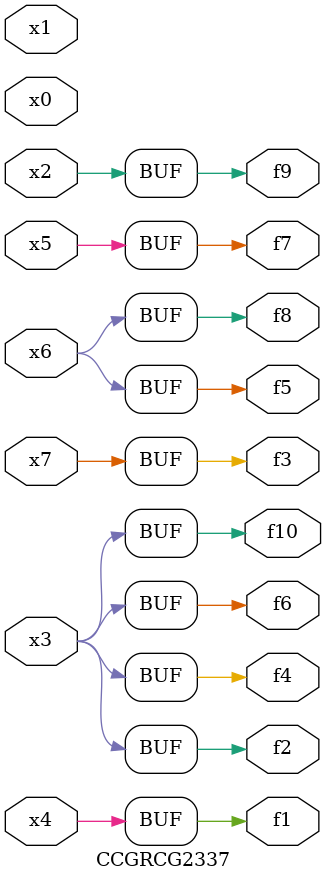
<source format=v>
module CCGRCG2337(
	input x0, x1, x2, x3, x4, x5, x6, x7,
	output f1, f2, f3, f4, f5, f6, f7, f8, f9, f10
);
	assign f1 = x4;
	assign f2 = x3;
	assign f3 = x7;
	assign f4 = x3;
	assign f5 = x6;
	assign f6 = x3;
	assign f7 = x5;
	assign f8 = x6;
	assign f9 = x2;
	assign f10 = x3;
endmodule

</source>
